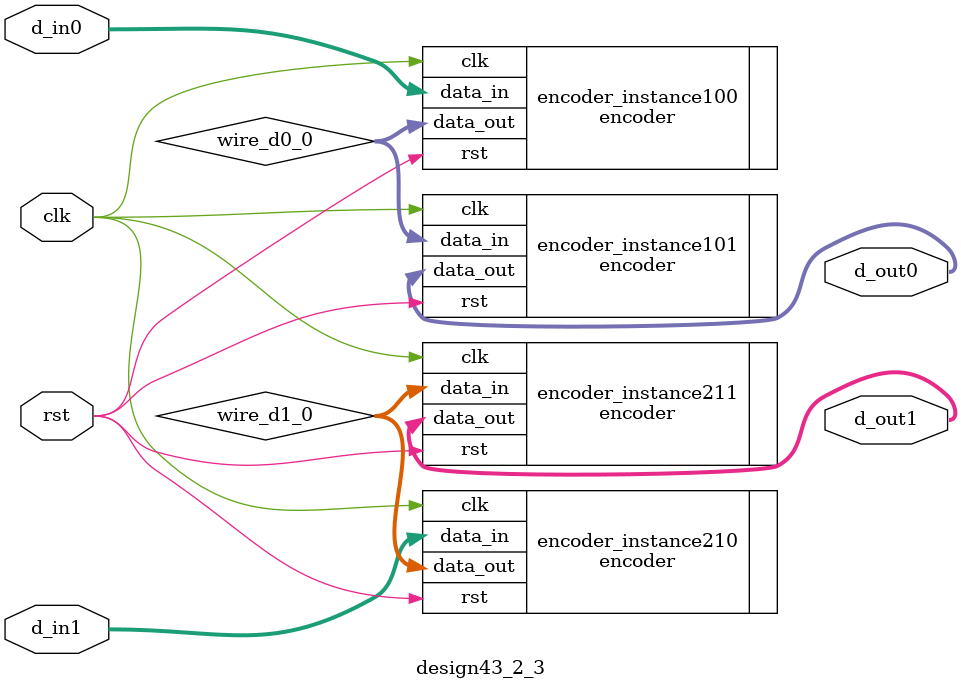
<source format=v>

module design43_2_3_top #(parameter WIDTH=32,CHANNEL=2) (clk, rst, in, out);

	localparam OUT_BUS=CHANNEL*WIDTH;
	input clk,rst;
	input [WIDTH-1:0] in;
	output [WIDTH-1:0] out;

	reg [WIDTH-1:0] d_in0;
	reg [WIDTH-1:0] d_in1;
	wire [WIDTH-1:0] d_out0;
	wire [WIDTH-1:0] d_out1;

	reg [OUT_BUS-1:0] tmp;

	always @ (posedge clk or posedge rst) begin
		if (rst)
			tmp <= 0;
		else
			tmp <= {tmp[OUT_BUS-(WIDTH-1):0],in};
	end

	always @ (posedge clk) begin
		d_in0 <= tmp[WIDTH-1:0];
		d_in1 <= tmp[(WIDTH*2)-1:WIDTH*1];
	end

	design43_2_3 #(.WIDTH(WIDTH)) design43_2_3_inst(.d_in0(d_in0),.d_in1(d_in1),.d_out0(d_out0),.d_out1(d_out1),.clk(clk),.rst(rst));

	assign out = d_out0^d_out1;

endmodule

module design43_2_3 #(parameter WIDTH=32) (d_in0, d_in1, d_out0, d_out1, clk, rst);
	input clk;
	input rst;
	input [WIDTH-1:0] d_in0; 
	input [WIDTH-1:0] d_in1; 
	output [WIDTH-1:0] d_out0; 
	output [WIDTH-1:0] d_out1; 

	wire [WIDTH-1:0] wire_d0_0;
	wire [WIDTH-1:0] wire_d1_0;

	encoder #(.WIDTH(WIDTH)) encoder_instance100(.data_in(d_in0),.data_out(wire_d0_0),.clk(clk),.rst(rst));            //channel 1
	encoder #(.WIDTH(WIDTH)) encoder_instance101(.data_in(wire_d0_0),.data_out(d_out0),.clk(clk),.rst(rst));

	encoder #(.WIDTH(WIDTH)) encoder_instance210(.data_in(d_in1),.data_out(wire_d1_0),.clk(clk),.rst(rst));            //channel 2
	encoder #(.WIDTH(WIDTH)) encoder_instance211(.data_in(wire_d1_0),.data_out(d_out1),.clk(clk),.rst(rst));


endmodule
</source>
